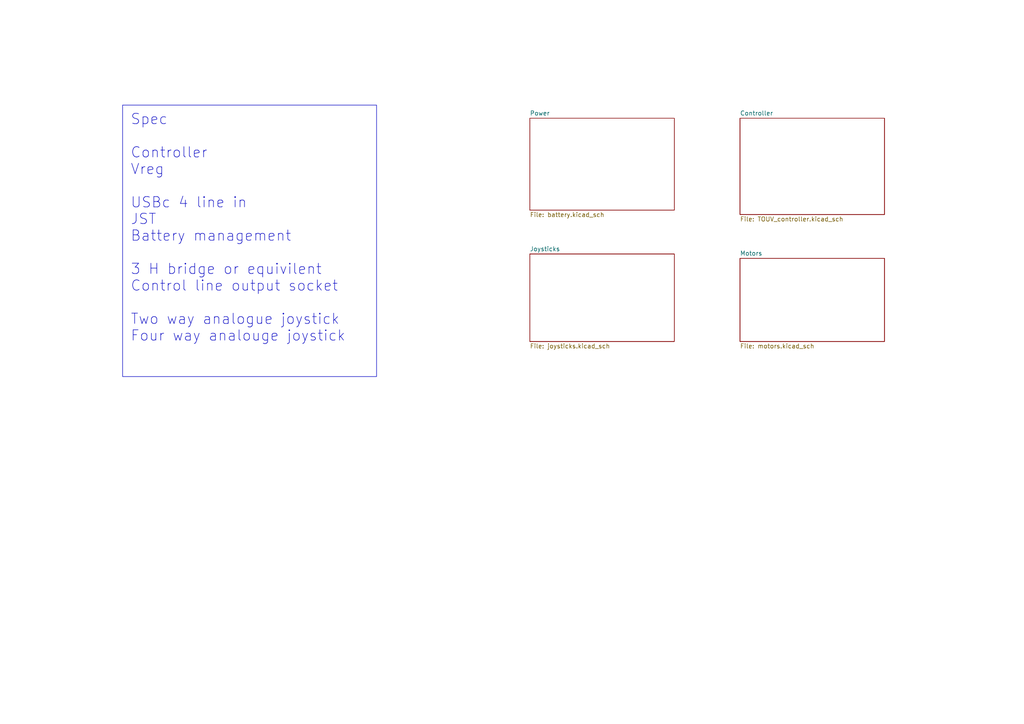
<source format=kicad_sch>
(kicad_sch
	(version 20231120)
	(generator "eeschema")
	(generator_version "8.0")
	(uuid "c0594319-e7dd-4c94-9dfe-0490edd3c28b")
	(paper "A4")
	(lib_symbols)
	(text_box "Spec\n\nController\nVreg\n\nUSBc 4 line in\nJST\nBattery management\n\n3 H bridge or equivilent\nControl line output socket\n\nTwo way analogue joystick\nFour way analouge joystick"
		(exclude_from_sim no)
		(at 35.56 30.48 0)
		(size 73.66 78.74)
		(stroke
			(width 0)
			(type default)
		)
		(fill
			(type none)
		)
		(effects
			(font
				(size 3 3)
			)
			(justify left top)
		)
		(uuid "55723383-a7fa-4800-a057-400588908a3e")
	)
	(sheet
		(at 153.67 73.66)
		(size 41.91 25.4)
		(fields_autoplaced yes)
		(stroke
			(width 0.1524)
			(type solid)
		)
		(fill
			(color 0 0 0 0.0000)
		)
		(uuid "103aace1-b582-4e1c-a9fe-c00bc77374d8")
		(property "Sheetname" "Joysticks"
			(at 153.67 72.9484 0)
			(effects
				(font
					(size 1.27 1.27)
				)
				(justify left bottom)
			)
		)
		(property "Sheetfile" "joysticks.kicad_sch"
			(at 153.67 99.6446 0)
			(effects
				(font
					(size 1.27 1.27)
				)
				(justify left top)
			)
		)
		(instances
			(project "TOUV"
				(path "/c0594319-e7dd-4c94-9dfe-0490edd3c28b"
					(page "4")
				)
			)
		)
	)
	(sheet
		(at 153.67 34.29)
		(size 41.91 26.67)
		(fields_autoplaced yes)
		(stroke
			(width 0.1524)
			(type solid)
		)
		(fill
			(color 0 0 0 0.0000)
		)
		(uuid "176fe0db-3db3-4719-afaa-74ab45fc46f3")
		(property "Sheetname" "Power"
			(at 153.67 33.5784 0)
			(effects
				(font
					(size 1.27 1.27)
				)
				(justify left bottom)
			)
		)
		(property "Sheetfile" "battery.kicad_sch"
			(at 153.67 61.5446 0)
			(effects
				(font
					(size 1.27 1.27)
				)
				(justify left top)
			)
		)
		(instances
			(project "TOUV"
				(path "/c0594319-e7dd-4c94-9dfe-0490edd3c28b"
					(page "2")
				)
			)
		)
	)
	(sheet
		(at 214.63 74.93)
		(size 41.91 24.13)
		(fields_autoplaced yes)
		(stroke
			(width 0.1524)
			(type solid)
		)
		(fill
			(color 0 0 0 0.0000)
		)
		(uuid "c6d6da96-e1af-4b3c-84d5-363071806406")
		(property "Sheetname" "Motors"
			(at 214.63 74.2184 0)
			(effects
				(font
					(size 1.27 1.27)
				)
				(justify left bottom)
			)
		)
		(property "Sheetfile" "motors.kicad_sch"
			(at 214.63 99.6446 0)
			(effects
				(font
					(size 1.27 1.27)
				)
				(justify left top)
			)
		)
		(instances
			(project "TOUV"
				(path "/c0594319-e7dd-4c94-9dfe-0490edd3c28b"
					(page "5")
				)
			)
		)
	)
	(sheet
		(at 214.63 34.29)
		(size 41.91 27.94)
		(fields_autoplaced yes)
		(stroke
			(width 0.1524)
			(type solid)
		)
		(fill
			(color 0 0 0 0.0000)
		)
		(uuid "f91d6aed-3233-46bd-ae60-29a02682ff96")
		(property "Sheetname" "Controller"
			(at 214.63 33.5784 0)
			(effects
				(font
					(size 1.27 1.27)
				)
				(justify left bottom)
			)
		)
		(property "Sheetfile" "TOUV_controller.kicad_sch"
			(at 214.63 62.8146 0)
			(effects
				(font
					(size 1.27 1.27)
				)
				(justify left top)
			)
		)
		(instances
			(project "TOUV"
				(path "/c0594319-e7dd-4c94-9dfe-0490edd3c28b"
					(page "3")
				)
			)
		)
	)
	(sheet_instances
		(path "/"
			(page "1")
		)
	)
)

</source>
